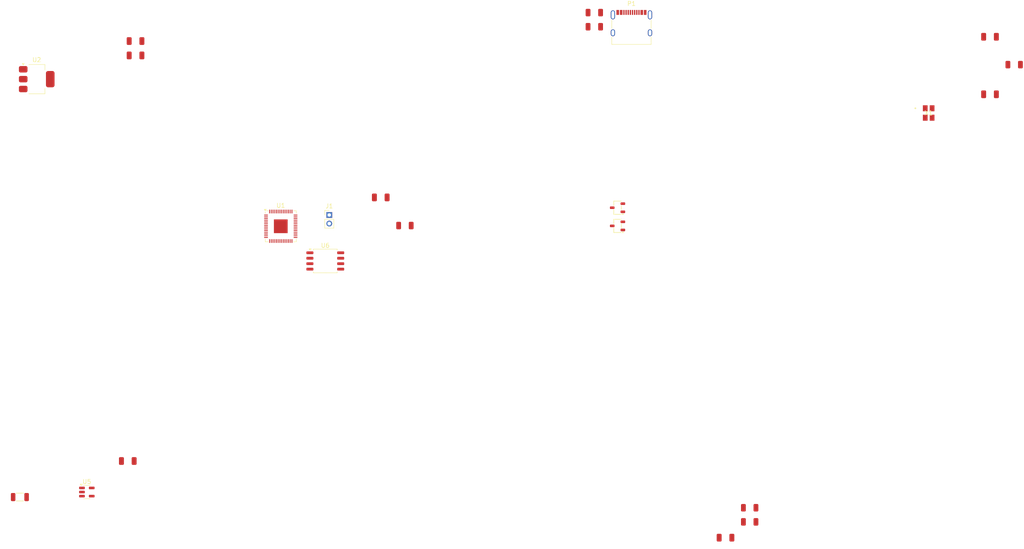
<source format=kicad_pcb>
(kicad_pcb (version 20241229) (generator "pcbnew") (generator_version "9.0")
  (layers (0 "F.Cu" signal) (2 "B.Cu" signal) (13 "F.Paste" user) (15 "B.Paste" user) (5 "F.SilkS" user "F.Silkscreen") (7 "B.SilkS" user "B.Silkscreen") (1 "F.Mask" user) (3 "B.Mask" user) (25 "Edge.Cuts" user))
  (net 0 "")
  (net 1 "GND")
  (net 2 "Net-(J1-Pin_2)")
  (net 3 "Net-(U5-L)")
  (net 4 "VBUS")
  (net 8 "Net-(U1-IOVDD-Pad1)")
  (net 9 "Net-(U1-DVDD-Pad23)")
  (net 56 "+3V3")
  (net 57 "Net-(U3-AN)")
  (net 58 "VCC")
  (net 59 "/QSPI_SD3")
  (net 60 "/QSPI_SD1")
  (net 61 "/QSPI_SS")
  (net 62 "/QSPI_CLK")
  (net 63 "/QSPI_SD0")
  (net 64 "/QSPI_SD2")
  (net 65 "/XIN")
  (net 66 "Net-(C6-Pad1)")
  (net 67 "/MEASURE_VBAT")
  (net 68 "Net-(P1-CC)")
  (net 70 "/D+")
  (net 71 "/D-")
  (net 72 "/XOUT")
  (footprint "Connector_PinHeader_2.00mm:PinHeader_1x02_P2.00mm_Vertical" (layer "F.Cu") (at 94.6125 80.515)
    (property "Reference" "J1" (at 0 -2.06 0) (layer "F.SilkS"))
    (property "Value" "Conn_01x02_Pin")
    (fp_line (start -1.06 -1.06) (end 0 -1.06) (stroke (width 0.12)) (layer "F.SilkS"))
    (fp_line (start -1.06 0) (end -1.06 -1.06) (stroke (width 0.12)) (layer "F.SilkS"))
    (fp_line (start -1.06 1) (end -1.06 3.06) (stroke (width 0.12)) (layer "F.SilkS"))
    (fp_line (start -1.06 1) (end 1.06 1) (stroke (width 0.12)) (layer "F.SilkS"))
    (fp_line (start -1.06 3.06) (end 1.06 3.06) (stroke (width 0.12)) (layer "F.SilkS"))
    (fp_line (start 1.06 1) (end 1.06 3.06) (stroke (width 0.12)) (layer "F.SilkS"))
    (pad "1" thru_hole rect (at 0 0) (size 1.35 1.35) (drill 0.8) (layers "*.Cu" "*.Mask") (net 1 "GND"))
    (pad "2" thru_hole oval (at 0 2) (size 1.35 1.35) (drill 0.8) (layers "*.Cu" "*.Mask") (net 2 "Net-(J1-Pin_2)"))
  )
  (footprint "PCM_JLCPCB:C_1206" (layer "F.Cu") (at 248.52 52.4)
    (property "Reference" "C6" (hide yes))
    (property "Value" "15pF")
    (pad "1" smd roundrect (at -1.48 0) (size 1.15 1.8) (layers "F.Cu" "F.Mask" "F.Paste") (roundrect_rratio 0.217391) (net 66 "Net-(C6-Pad1)"))
    (pad "2" smd roundrect (at 1.48 0) (size 1.15 1.8) (layers "F.Cu" "F.Mask" "F.Paste") (roundrect_rratio 0.217391) (net 1 "GND"))
  )
  (footprint "Package_SO:SOIC-8_5.3x5.3mm_P1.27mm" (layer "F.Cu") (at 93.6825 91.225)
    (property "Reference" "U6" (at 0 -3.6 0) (layer "F.SilkS"))
    (property "Value" "W25Q128JVS")
    (fp_line (start -2.76 -2.76) (end -2.76 -2.49) (stroke (width 0.12)) (layer "F.SilkS"))
    (fp_line (start -2.76 2.76) (end -2.76 2.49) (stroke (width 0.12)) (layer "F.SilkS"))
    (fp_line (start 0 -2.76) (end -2.76 -2.76) (stroke (width 0.12)) (layer "F.SilkS"))
    (fp_line (start 0 -2.76) (end 2.76 -2.76) (stroke (width 0.12)) (layer "F.SilkS"))
    (fp_line (start 0 2.76) (end -2.76 2.76) (stroke (width 0.12)) (layer "F.SilkS"))
    (fp_line (start 0 2.76) (end 2.76 2.76) (stroke (width 0.12)) (layer "F.SilkS"))
    (fp_line (start 2.76 -2.76) (end 2.76 -2.49) (stroke (width 0.12)) (layer "F.SilkS"))
    (fp_line (start 2.76 2.76) (end 2.76 2.49) (stroke (width 0.12)) (layer "F.SilkS"))
    (fp_poly (pts (xy -3.525 -2.49) (xy -3.765 -2.82) (xy -3.285 -2.82) (xy -3.525 -2.49)) (stroke (width 0.12)) (fill yes) (layer "F.SilkS"))
    (pad "1" smd roundrect (at -3.5875 -1.905) (size 1.625 0.65) (layers "F.Cu" "F.Mask" "F.Paste") (net 61 "/QSPI_SS"))
    (pad "2" smd roundrect (at -3.5875 -0.635) (size 1.625 0.65) (layers "F.Cu" "F.Mask" "F.Paste") (net 60 "/QSPI_SD1"))
    (pad "3" smd roundrect (at -3.5875 0.635) (size 1.625 0.65) (layers "F.Cu" "F.Mask" "F.Paste") (net 64 "/QSPI_SD2"))
    (pad "4" smd roundrect (at -3.5875 1.905) (size 1.625 0.65) (layers "F.Cu" "F.Mask" "F.Paste") (net 1 "GND"))
    (pad "5" smd roundrect (at 3.5875 1.905) (size 1.625 0.65) (layers "F.Cu" "F.Mask" "F.Paste") (net 63 "/QSPI_SD0"))
    (pad "6" smd roundrect (at 3.5875 0.635) (size 1.625 0.65) (layers "F.Cu" "F.Mask" "F.Paste") (net 62 "/QSPI_CLK"))
    (pad "7" smd roundrect (at 3.5875 -0.635) (size 1.625 0.65) (layers "F.Cu" "F.Mask" "F.Paste") (net 59 "/QSPI_SD3"))
    (pad "8" smd roundrect (at 3.5875 -1.905) (size 1.625 0.65) (layers "F.Cu" "F.Mask" "F.Paste") (net 56 "+3V3"))
  )
  (footprint "PCM_JLCPCB:SOT-23-3_L2.9-W1.6-P1.90-LS2.8-BR" (layer "F.Cu") (at 161.76 78.825)
    (property "Reference" "U3" (hide yes))
    (property "Value" "CJ431")
    (fp_line (start -0.88 -1.54) (end -0.88 -0.49) (stroke (width 0.15)) (layer "F.SilkS"))
    (fp_line (start -0.88 1.54) (end -0.88 0.49) (stroke (width 0.15)) (layer "F.SilkS"))
    (fp_line (start 0.88 -1.54) (end -0.88 -1.54) (stroke (width 0.15)) (layer "F.SilkS"))
    (fp_line (start 0.88 -0.46) (end 0.88 0.46) (stroke (width 0.15)) (layer "F.SilkS"))
    (fp_line (start 0.88 1.54) (end -0.88 1.54) (stroke (width 0.15)) (layer "F.SilkS"))
    (fp_circle (center 1.25 1.5) (end 1.28 1.5) (stroke (width 0.15)) (fill no) (layer "F.SilkS"))
    (pad "1" smd roundrect (at 1.24 0.95) (size 1.07 0.6) (layers "F.Cu" "F.Mask" "F.Paste") (net 58 "VCC"))
    (pad "2" smd roundrect (at 1.24 -0.95) (size 1.07 0.6) (layers "F.Cu" "F.Mask" "F.Paste") (net 58 "VCC"))
    (pad "3" smd roundrect (at -1.24 0) (size 1.07 0.6) (layers "F.Cu" "F.Mask" "F.Paste") (net 57 "Net-(U3-AN)"))
  )
  (footprint "PCM_JLCPCB:C_1206" (layer "F.Cu") (at 49.48 43.35)
    (property "Reference" "C4" (hide yes))
    (property "Value" "10µF")
    (pad "1" smd roundrect (at -1.48 0) (size 1.15 1.8) (layers "F.Cu" "F.Mask" "F.Paste") (roundrect_rratio 0.217391) (net 56 "+3V3"))
    (pad "2" smd roundrect (at 1.48 0) (size 1.15 1.8) (layers "F.Cu" "F.Mask" "F.Paste") (roundrect_rratio 0.217391) (net 1 "GND"))
  )
  (footprint "PCM_JLCPCB:R_1206" (layer "F.Cu") (at 254.15 45.49)
    (property "Reference" "R4" (hide yes))
    (property "Value" "1kΩ")
    (pad "1" smd roundrect (at -1.46 0) (size 1.12 1.75) (layers "F.Cu" "F.Mask" "F.Paste") (roundrect_rratio 0.222222) (net 66 "Net-(C6-Pad1)"))
    (pad "2" smd roundrect (at 1.46 0) (size 1.12 1.75) (layers "F.Cu" "F.Mask" "F.Paste") (roundrect_rratio 0.222222) (net 72 "/XOUT"))
  )
  (footprint "PCM_JLCPCB:C_1206" (layer "F.Cu") (at 106.6 76.425)
    (property "Reference" "C1" (hide yes))
    (property "Value" "100nF")
    (pad "1" smd roundrect (at -1.48 0) (size 1.15 1.8) (layers "F.Cu" "F.Mask" "F.Paste") (roundrect_rratio 0.217391) (net 56 "+3V3"))
    (pad "2" smd roundrect (at 1.48 0) (size 1.15 1.8) (layers "F.Cu" "F.Mask" "F.Paste") (roundrect_rratio 0.217391) (net 1 "GND"))
  )
  (footprint "PCM_JLCPCB:R_1206" (layer "F.Cu") (at 112.23 82.975)
    (property "Reference" "R3" (hide yes))
    (property "Value" "1kΩ")
    (pad "1" smd roundrect (at -1.46 0) (size 1.12 1.75) (layers "F.Cu" "F.Mask" "F.Paste") (roundrect_rratio 0.222222) (net 2 "Net-(J1-Pin_2)"))
    (pad "2" smd roundrect (at 1.46 0) (size 1.12 1.75) (layers "F.Cu" "F.Mask" "F.Paste") (roundrect_rratio 0.222222) (net 61 "/QSPI_SS"))
  )
  (footprint "footprints:ABM8-272-T3_ABR" (layer "F.Cu") (at 234.2323 56.7592)
    (property "Reference" "X1" (at 0 0 0) (layer "F.SilkS"))
    (property "Value" "ABM8-272-T3")
    (fp_circle (center -3.1016 -1.1) (end -2.9746 -1.1) (stroke (width 0.1524)) (fill no) (layer "F.SilkS"))
    (pad "1" smd rect (at -0.800001 -1.1) (size 1.1 1.4) (layers "F.Cu" "F.Mask" "F.Paste") (net 65 "/XIN"))
    (pad "2" smd rect (at -0.800001 1.1) (size 1.1 1.4) (layers "F.Cu" "F.Mask" "F.Paste") (net 1 "GND"))
    (pad "3" smd rect (at 0.800001 1.1) (size 1.1 1.4) (layers "F.Cu" "F.Mask" "F.Paste") (net 66 "Net-(C6-Pad1)"))
    (pad "4" smd rect (at 0.800001 -1.1) (size 1.1 1.4) (layers "F.Cu" "F.Mask" "F.Paste") (net 1 "GND"))
  )
  (footprint "Package_TO_SOT_SMD:SOT-223-3_TabPin2" (layer "F.Cu") (at 26.4625 48.875)
    (property "Reference" "U2" (at 0 -4.5 0) (layer "F.SilkS"))
    (property "Value" "NCP1117-3.3_SOT223")
    (fp_line (start -1.85 -3.41) (end 1.91 -3.41) (stroke (width 0.12)) (layer "F.SilkS"))
    (fp_line (start -1.85 3.41) (end 1.91 3.41) (stroke (width 0.12)) (layer "F.SilkS"))
    (fp_line (start 1.91 -3.41) (end 1.91 -2.15) (stroke (width 0.12)) (layer "F.SilkS"))
    (fp_line (start 1.91 3.41) (end 1.91 2.15) (stroke (width 0.12)) (layer "F.SilkS"))
    (fp_poly (pts (xy -3.13 -3.31) (xy -3.37 -3.64) (xy -2.89 -3.64) (xy -3.13 -3.31)) (stroke (width 0.12)) (fill yes) (layer "F.SilkS"))
    (pad "1" smd roundrect (at -3.15 -2.3) (size 2 1.5) (layers "F.Cu" "F.Mask" "F.Paste") (net 1 "GND"))
    (pad "2" smd roundrect (at -3.15 0) (size 2 1.5) (layers "F.Cu" "F.Mask" "F.Paste") (net 56 "+3V3"))
    (pad "2" smd roundrect (at 3.15 0) (size 2 3.8) (layers "F.Cu" "F.Mask" "F.Paste") (net 56 "+3V3"))
    (pad "3" smd roundrect (at -3.15 2.3) (size 2 1.5) (layers "F.Cu" "F.Mask" "F.Paste") (net 4 "VBUS"))
  )
  (footprint "Package_TO_SOT_SMD:SOT-23-5" (layer "F.Cu") (at 38.1375 145.05)
    (property "Reference" "U5" (at 0 -2.4 0) (layer "F.SilkS"))
    (property "Value" "TPS61221DCK")
    (fp_line (start 0 -1.56) (end -0.8 -1.56) (stroke (width 0.12)) (layer "F.SilkS"))
    (fp_line (start 0 -1.56) (end 0.8 -1.56) (stroke (width 0.12)) (layer "F.SilkS"))
    (fp_line (start 0 1.56) (end -0.8 1.56) (stroke (width 0.12)) (layer "F.SilkS"))
    (fp_line (start 0 1.56) (end 0.8 1.56) (stroke (width 0.12)) (layer "F.SilkS"))
    (fp_poly (pts (xy -1.3 -1.51) (xy -1.54 -1.84) (xy -1.06 -1.84) (xy -1.3 -1.51)) (stroke (width 0.12)) (fill yes) (layer "F.SilkS"))
    (pad "1" smd roundrect (at -1.1375 -0.95) (size 1.325 0.6) (layers "F.Cu" "F.Mask" "F.Paste") (net 4 "VBUS"))
    (pad "2" smd roundrect (at -1.1375 0) (size 1.325 0.6) (layers "F.Cu" "F.Mask" "F.Paste") (net 56 "+3V3"))
    (pad "3" smd roundrect (at -1.1375 0.95) (size 1.325 0.6) (layers "F.Cu" "F.Mask" "F.Paste") (net 1 "GND"))
    (pad "4" smd roundrect (at 1.1375 0.95) (size 1.325 0.6) (layers "F.Cu" "F.Mask" "F.Paste") (net 56 "+3V3"))
    (pad "5" smd roundrect (at 1.1375 -0.95) (size 1.325 0.6) (layers "F.Cu" "F.Mask" "F.Paste") (net 3 "Net-(U5-L)"))
  )
  (footprint "PCM_JLCPCB:SOT-23-3_L2.9-W1.6-P1.90-LS2.8-BR" (layer "F.Cu") (at 161.76 83.055)
    (property "Reference" "U4" (hide yes))
    (property "Value" "CJ431")
    (fp_line (start -0.88 -1.54) (end -0.88 -0.49) (stroke (width 0.15)) (layer "F.SilkS"))
    (fp_line (start -0.88 1.54) (end -0.88 0.49) (stroke (width 0.15)) (layer "F.SilkS"))
    (fp_line (start 0.88 -1.54) (end -0.88 -1.54) (stroke (width 0.15)) (layer "F.SilkS"))
    (fp_line (start 0.88 -0.46) (end 0.88 0.46) (stroke (width 0.15)) (layer "F.SilkS"))
    (fp_line (start 0.88 1.54) (end -0.88 1.54) (stroke (width 0.15)) (layer "F.SilkS"))
    (fp_circle (center 1.25 1.5) (end 1.28 1.5) (stroke (width 0.15)) (fill no) (layer "F.SilkS"))
    (pad "1" smd roundrect (at 1.24 0.95) (size 1.07 0.6) (layers "F.Cu" "F.Mask" "F.Paste") (net 57 "Net-(U3-AN)"))
    (pad "2" smd roundrect (at 1.24 -0.95) (size 1.07 0.6) (layers "F.Cu" "F.Mask" "F.Paste") (net 57 "Net-(U3-AN)"))
    (pad "3" smd roundrect (at -1.24 0) (size 1.07 0.6) (layers "F.Cu" "F.Mask" "F.Paste") (net 1 "GND"))
  )
  (footprint "Package_DFN_QFN:QFN-56-1EP_7x7mm_P0.4mm_EP3.2x3.2mm" (layer "F.Cu") (at 83.3125 83.145)
    (property "Reference" "U1" (at 0 -4.83 0) (layer "F.SilkS"))
    (property "Value" "RP2040")
    (fp_line (start -3.61 -2.96) (end -3.61 -3.37) (stroke (width 0.12)) (layer "F.SilkS"))
    (fp_line (start -3.61 3.61) (end -3.61 2.96) (stroke (width 0.12)) (layer "F.SilkS"))
    (fp_line (start -2.96 -3.61) (end -3.31 -3.61) (stroke (width 0.12)) (layer "F.SilkS"))
    (fp_line (start -2.96 3.61) (end -3.61 3.61) (stroke (width 0.12)) (layer "F.SilkS"))
    (fp_line (start 2.96 -3.61) (end 3.61 -3.61) (stroke (width 0.12)) (layer "F.SilkS"))
    (fp_line (start 2.96 3.61) (end 3.61 3.61) (stroke (width 0.12)) (layer "F.SilkS"))
    (fp_line (start 3.61 -3.61) (end 3.61 -2.96) (stroke (width 0.12)) (layer "F.SilkS"))
    (fp_line (start 3.61 3.61) (end 3.61 2.96) (stroke (width 0.12)) (layer "F.SilkS"))
    (fp_poly (pts (xy -3.61 -3.61) (xy -3.85 -3.94) (xy -3.37 -3.94) (xy -3.61 -3.61)) (stroke (width 0.12)) (fill yes) (layer "F.SilkS"))
    (pad "1" smd roundrect (at -3.4375 -2.6) (size 0.875 0.2) (layers "F.Cu" "F.Mask" "F.Paste") (net 8 "Net-(U1-IOVDD-Pad1)"))
    (pad "2" smd roundrect (at -3.4375 -2.2) (size 0.875 0.2) (layers "F.Cu" "F.Mask" "F.Paste"))
    (pad "3" smd roundrect (at -3.4375 -1.8) (size 0.875 0.2) (layers "F.Cu" "F.Mask" "F.Paste"))
    (pad "4" smd roundrect (at -3.4375 -1.4) (size 0.875 0.2) (layers "F.Cu" "F.Mask" "F.Paste"))
    (pad "5" smd roundrect (at -3.4375 -1) (size 0.875 0.2) (layers "F.Cu" "F.Mask" "F.Paste"))
    (pad "6" smd roundrect (at -3.4375 -0.6) (size 0.875 0.2) (layers "F.Cu" "F.Mask" "F.Paste"))
    (pad "7" smd roundrect (at -3.4375 -0.2) (size 0.875 0.2) (layers "F.Cu" "F.Mask" "F.Paste"))
    (pad "8" smd roundrect (at -3.4375 0.2) (size 0.875 0.2) (layers "F.Cu" "F.Mask" "F.Paste"))
    (pad "9" smd roundrect (at -3.4375 0.6) (size 0.875 0.2) (layers "F.Cu" "F.Mask" "F.Paste"))
    (pad "10" smd roundrect (at -3.4375 1) (size 0.875 0.2) (layers "F.Cu" "F.Mask" "F.Paste") (net 8 "Net-(U1-IOVDD-Pad1)"))
    (pad "11" smd roundrect (at -3.4375 1.4) (size 0.875 0.2) (layers "F.Cu" "F.Mask" "F.Paste"))
    (pad "12" smd roundrect (at -3.4375 1.8) (size 0.875 0.2) (layers "F.Cu" "F.Mask" "F.Paste"))
    (pad "13" smd roundrect (at -3.4375 2.2) (size 0.875 0.2) (layers "F.Cu" "F.Mask" "F.Paste"))
    (pad "14" smd roundrect (at -3.4375 2.6) (size 0.875 0.2) (layers "F.Cu" "F.Mask" "F.Paste"))
    (pad "15" smd roundrect (at -2.6 3.4375) (size 0.2 0.875) (layers "F.Cu" "F.Mask" "F.Paste"))
    (pad "16" smd roundrect (at -2.2 3.4375) (size 0.2 0.875) (layers "F.Cu" "F.Mask" "F.Paste"))
    (pad "17" smd roundrect (at -1.8 3.4375) (size 0.2 0.875) (layers "F.Cu" "F.Mask" "F.Paste"))
    (pad "18" smd roundrect (at -1.4 3.4375) (size 0.2 0.875) (layers "F.Cu" "F.Mask" "F.Paste"))
    (pad "19" smd roundrect (at -1 3.4375) (size 0.2 0.875) (layers "F.Cu" "F.Mask" "F.Paste"))
    (pad "20" smd roundrect (at -0.6 3.4375) (size 0.2 0.875) (layers "F.Cu" "F.Mask" "F.Paste"))
    (pad "21" smd roundrect (at -0.2 3.4375) (size 0.2 0.875) (layers "F.Cu" "F.Mask" "F.Paste"))
    (pad "22" smd roundrect (at 0.2 3.4375) (size 0.2 0.875) (layers "F.Cu" "F.Mask" "F.Paste") (net 8 "Net-(U1-IOVDD-Pad1)"))
    (pad "23" smd roundrect (at 0.6 3.4375) (size 0.2 0.875) (layers "F.Cu" "F.Mask" "F.Paste") (net 9 "Net-(U1-DVDD-Pad23)"))
    (pad "24" smd roundrect (at 1 3.4375) (size 0.2 0.875) (layers "F.Cu" "F.Mask" "F.Paste"))
    (pad "25" smd roundrect (at 1.4 3.4375) (size 0.2 0.875) (layers "F.Cu" "F.Mask" "F.Paste"))
    (pad "26" smd roundrect (at 1.8 3.4375) (size 0.2 0.875) (layers "F.Cu" "F.Mask" "F.Paste"))
    (pad "27" smd roundrect (at 2.2 3.4375) (size 0.2 0.875) (layers "F.Cu" "F.Mask" "F.Paste"))
    (pad "28" smd roundrect (at 2.6 3.4375) (size 0.2 0.875) (layers "F.Cu" "F.Mask" "F.Paste"))
    (pad "29" smd roundrect (at 3.4375 2.6) (size 0.875 0.2) (layers "F.Cu" "F.Mask" "F.Paste"))
    (pad "30" smd roundrect (at 3.4375 2.2) (size 0.875 0.2) (layers "F.Cu" "F.Mask" "F.Paste"))
    (pad "31" smd roundrect (at 3.4375 1.8) (size 0.875 0.2) (layers "F.Cu" "F.Mask" "F.Paste"))
    (pad "32" smd roundrect (at 3.4375 1.4) (size 0.875 0.2) (layers "F.Cu" "F.Mask" "F.Paste"))
    (pad "33" smd roundrect (at 3.4375 1) (size 0.875 0.2) (layers "F.Cu" "F.Mask" "F.Paste") (net 8 "Net-(U1-IOVDD-Pad1)"))
    (pad "34" smd roundrect (at 3.4375 0.6) (size 0.875 0.2) (layers "F.Cu" "F.Mask" "F.Paste"))
    (pad "35" smd roundrect (at 3.4375 0.2) (size 0.875 0.2) (layers "F.Cu" "F.Mask" "F.Paste"))
    (pad "36" smd roundrect (at 3.4375 -0.2) (size 0.875 0.2) (layers "F.Cu" "F.Mask" "F.Paste"))
    (pad "37" smd roundrect (at 3.4375 -0.6) (size 0.875 0.2) (layers "F.Cu" "F.Mask" "F.Paste"))
    (pad "38" smd roundrect (at 3.4375 -1) (size 0.875 0.2) (layers "F.Cu" "F.Mask" "F.Paste"))
    (pad "39" smd roundrect (at 3.4375 -1.4) (size 0.875 0.2) (layers "F.Cu" "F.Mask" "F.Paste"))
    (pad "40" smd roundrect (at 3.4375 -1.8) (size 0.875 0.2) (layers "F.Cu" "F.Mask" "F.Paste"))
    (pad "41" smd roundrect (at 3.4375 -2.2) (size 0.875 0.2) (layers "F.Cu" "F.Mask" "F.Paste"))
    (pad "42" smd roundrect (at 3.4375 -2.6) (size 0.875 0.2) (layers "F.Cu" "F.Mask" "F.Paste") (net 8 "Net-(U1-IOVDD-Pad1)"))
    (pad "43" smd roundrect (at 2.6 -3.4375) (size 0.2 0.875) (layers "F.Cu" "F.Mask" "F.Paste"))
    (pad "44" smd roundrect (at 2.2 -3.4375) (size 0.2 0.875) (layers "F.Cu" "F.Mask" "F.Paste"))
    (pad "45" smd roundrect (at 1.8 -3.4375) (size 0.2 0.875) (layers "F.Cu" "F.Mask" "F.Paste"))
    (pad "46" smd roundrect (at 1.4 -3.4375) (size 0.2 0.875) (layers "F.Cu" "F.Mask" "F.Paste"))
    (pad "47" smd roundrect (at 1 -3.4375) (size 0.2 0.875) (layers "F.Cu" "F.Mask" "F.Paste"))
    (pad "48" smd roundrect (at 0.6 -3.4375) (size 0.2 0.875) (layers "F.Cu" "F.Mask" "F.Paste"))
    (pad "49" smd roundrect (at 0.2 -3.4375) (size 0.2 0.875) (layers "F.Cu" "F.Mask" "F.Paste") (net 8 "Net-(U1-IOVDD-Pad1)"))
    (pad "50" smd roundrect (at -0.2 -3.4375) (size 0.2 0.875) (layers "F.Cu" "F.Mask" "F.Paste") (net 9 "Net-(U1-DVDD-Pad23)"))
    (pad "51" smd roundrect (at -0.6 -3.4375) (size 0.2 0.875) (layers "F.Cu" "F.Mask" "F.Paste"))
    (pad "52" smd roundrect (at -1 -3.4375) (size 0.2 0.875) (layers "F.Cu" "F.Mask" "F.Paste"))
    (pad "53" smd roundrect (at -1.4 -3.4375) (size 0.2 0.875) (layers "F.Cu" "F.Mask" "F.Paste"))
    (pad "54" smd roundrect (at -1.8 -3.4375) (size 0.2 0.875) (layers "F.Cu" "F.Mask" "F.Paste"))
    (pad "55" smd roundrect (at -2.2 -3.4375) (size 0.2 0.875) (layers "F.Cu" "F.Mask" "F.Paste"))
    (pad "56" smd roundrect (at -2.6 -3.4375) (size 0.2 0.875) (layers "F.Cu" "F.Mask" "F.Paste"))
    (pad "57" smd rect (at 0 0) (size 3.2 3.2) (property pad_prop_heatsink) (layers "F.Cu" "F.Mask"))
  )
  (footprint "PCM_JLCPCB:R_1206" (layer "F.Cu") (at 192.54 148.71)
    (property "Reference" "R5" (hide yes))
    (property "Value" "200kΩ")
    (pad "1" smd roundrect (at -1.46 0) (size 1.12 1.75) (layers "F.Cu" "F.Mask" "F.Paste") (roundrect_rratio 0.222222) (net 4 "VBUS"))
    (pad "2" smd roundrect (at 1.46 0) (size 1.12 1.75) (layers "F.Cu" "F.Mask" "F.Paste") (roundrect_rratio 0.222222) (net 67 "/MEASURE_VBAT"))
  )
  (footprint "PCM_JLCPCB:C_1206" (layer "F.Cu") (at 47.675 137.825)
    (property "Reference" "C5" (hide yes))
    (property "Value" "10µF")
    (pad "1" smd roundrect (at -1.48 0) (size 1.15 1.8) (layers "F.Cu" "F.Mask" "F.Paste") (roundrect_rratio 0.217391) (net 4 "VBUS"))
    (pad "2" smd roundrect (at 1.48 0) (size 1.15 1.8) (layers "F.Cu" "F.Mask" "F.Paste") (roundrect_rratio 0.217391) (net 1 "GND"))
  )
  (footprint "PCM_JLCPCB:C_1206" (layer "F.Cu") (at 248.52 39)
    (property "Reference" "C2" (hide yes))
    (property "Value" "15pF")
    (pad "1" smd roundrect (at -1.48 0) (size 1.15 1.8) (layers "F.Cu" "F.Mask" "F.Paste") (roundrect_rratio 0.217391) (net 1 "GND"))
    (pad "2" smd roundrect (at 1.48 0) (size 1.15 1.8) (layers "F.Cu" "F.Mask" "F.Paste") (roundrect_rratio 0.217391) (net 65 "/XIN"))
  )
  (footprint "PCM_JLCPCB:R_1206" (layer "F.Cu") (at 156.35 33.37)
    (property "Reference" "R1" (hide yes))
    (property "Value" "5.1kΩ")
    (pad "1" smd roundrect (at -1.46 0) (size 1.12 1.75) (layers "F.Cu" "F.Mask" "F.Paste") (roundrect_rratio 0.222222) (net 68 "Net-(P1-CC)"))
    (pad "2" smd roundrect (at 1.46 0) (size 1.12 1.75) (layers "F.Cu" "F.Mask" "F.Paste") (roundrect_rratio 0.222222) (net 1 "GND"))
  )
  (footprint "PCM_JLCPCB:R_1206" (layer "F.Cu") (at 156.35 36.66)
    (property "Reference" "R2" (hide yes))
    (property "Value" "5.1kΩ")
    (pad "1" smd roundrect (at -1.46 0) (size 1.12 1.75) (layers "F.Cu" "F.Mask" "F.Paste") (roundrect_rratio 0.222222) (net 68 "Net-(P1-CC)"))
    (pad "2" smd roundrect (at 1.46 0) (size 1.12 1.75) (layers "F.Cu" "F.Mask" "F.Paste") (roundrect_rratio 0.222222) (net 1 "GND"))
  )
  (footprint "PCM_JLCPCB:R_1206" (layer "F.Cu") (at 192.54 152)
    (property "Reference" "R6" (hide yes))
    (property "Value" "100kΩ")
    (pad "1" smd roundrect (at -1.46 0) (size 1.12 1.75) (layers "F.Cu" "F.Mask" "F.Paste") (roundrect_rratio 0.222222) (net 67 "/MEASURE_VBAT"))
    (pad "2" smd roundrect (at 1.46 0) (size 1.12 1.75) (layers "F.Cu" "F.Mask" "F.Paste") (roundrect_rratio 0.222222) (net 1 "GND"))
  )
  (footprint "Connector_USB:USB_C_Receptacle_XKB_U262-16XN-4BVC11" (layer "F.Cu") (at 165 37)
    (property "Reference" "P1" (at 0 -5.715 0) (layer "F.SilkS"))
    (property "Value" "USB_C_Plug_USB2.0")
    (fp_line (start -4.58 -1.85) (end -4.58 0.07) (stroke (width 0.12)) (layer "F.SilkS"))
    (fp_line (start -4.58 3.785) (end -4.58 2.08) (stroke (width 0.12)) (layer "F.SilkS"))
    (fp_line (start 4.58 0.07) (end 4.58 -1.85) (stroke (width 0.12)) (layer "F.SilkS"))
    (fp_line (start 4.58 2.08) (end 4.58 3.785) (stroke (width 0.12)) (layer "F.SilkS"))
    (fp_line (start 4.58 3.785) (end -4.58 3.785) (stroke (width 0.12)) (layer "F.SilkS"))
    (pad "" np_thru_hole circle (at -2.89 -2.605) (size 0.65 0.65) (drill 0.65) (layers "*.Cu" "*.Mask"))
    (pad "" np_thru_hole circle (at 2.89 -2.605) (size 0.65 0.65) (drill 0.65) (layers "*.Cu" "*.Mask"))
    (pad "A1" smd rect (at -3.35 -3.67) (size 0.3 1.15) (layers "F.Cu" "F.Mask" "F.Paste") (net 1 "GND"))
    (pad "A4" smd rect (at -2.55 -3.67) (size 0.3 1.15) (layers "F.Cu" "F.Mask" "F.Paste") (net 4 "VBUS"))
    (pad "A5" smd rect (at -1.25 -3.67) (size 0.3 1.15) (layers "F.Cu" "F.Mask" "F.Paste") (net 68 "Net-(P1-CC)"))
    (pad "A6" smd rect (at -0.25 -3.67) (size 0.3 1.15) (layers "F.Cu" "F.Mask" "F.Paste") (net 70 "/D+"))
    (pad "A7" smd rect (at 0.25 -3.67) (size 0.3 1.15) (layers "F.Cu" "F.Mask" "F.Paste") (net 71 "/D-"))
    (pad "A8" smd rect (at 1.25 -3.67) (size 0.3 1.15) (layers "F.Cu" "F.Mask" "F.Paste"))
    (pad "A9" smd rect (at 2.55 -3.67) (size 0.3 1.15) (layers "F.Cu" "F.Mask" "F.Paste") (net 4 "VBUS"))
    (pad "A12" smd rect (at 3.35 -3.67) (size 0.3 1.15) (layers "F.Cu" "F.Mask" "F.Paste") (net 1 "GND"))
    (pad "B1" smd rect (at 3.05 -3.67) (size 0.3 1.15) (layers "F.Cu" "F.Mask" "F.Paste") (net 1 "GND"))
    (pad "B4" smd rect (at 2.25 -3.67) (size 0.3 1.15) (layers "F.Cu" "F.Mask" "F.Paste") (net 4 "VBUS"))
    (pad "B5" smd rect (at 1.75 -3.67) (size 0.3 1.15) (layers "F.Cu" "F.Mask" "F.Paste"))
    (pad "B6" smd rect (at 0.75 -3.67) (size 0.3 1.15) (layers "F.Cu" "F.Mask" "F.Paste"))
    (pad "B7" smd rect (at -0.75 -3.67) (size 0.3 1.15) (layers "F.Cu" "F.Mask" "F.Paste"))
    (pad "B8" smd rect (at -1.75 -3.67) (size 0.3 1.15) (layers "F.Cu" "F.Mask" "F.Paste"))
    (pad "B9" smd rect (at -2.25 -3.67) (size 0.3 1.15) (layers "F.Cu" "F.Mask" "F.Paste") (net 4 "VBUS"))
    (pad "B12" smd rect (at -3.05 -3.67) (size 0.3 1.15) (layers "F.Cu" "F.Mask" "F.Paste") (net 1 "GND"))
    (pad "S1" thru_hole oval (at -4.32 -3.105) (size 1 2.1) (drill oval 0.6 1.7) (property pad_prop_heatsink) (layers "*.Cu" "*.Mask") (net 1 "GND"))
    (pad "S1" thru_hole oval (at -4.32 1.075) (size 1 1.6) (drill oval 0.6 1.2) (property pad_prop_heatsink) (layers "*.Cu" "*.Mask") (net 1 "GND"))
    (pad "S1" thru_hole oval (at 4.32 -3.105) (size 1 2.1) (drill oval 0.6 1.7) (property pad_prop_heatsink) (layers "*.Cu" "*.Mask") (net 1 "GND"))
    (pad "S1" thru_hole oval (at 4.32 1.075) (size 1 1.6) (drill oval 0.6 1.2) (property pad_prop_heatsink) (layers "*.Cu" "*.Mask") (net 1 "GND"))
  )
  (footprint "PCM_JLCPCB:C_1206" (layer "F.Cu") (at 49.48 40)
    (property "Reference" "C3" (hide yes))
    (property "Value" "10µF")
    (pad "1" smd roundrect (at -1.48 0) (size 1.15 1.8) (layers "F.Cu" "F.Mask" "F.Paste") (roundrect_rratio 0.217391) (net 4 "VBUS"))
    (pad "2" smd roundrect (at 1.48 0) (size 1.15 1.8) (layers "F.Cu" "F.Mask" "F.Paste") (roundrect_rratio 0.217391) (net 1 "GND"))
  )
  (footprint "PCM_JLCPCB:L_1206" (layer "F.Cu") (at 22.5375 146.225)
    (property "Reference" "L1" (hide yes))
    (property "Value" "4.7µH")
    (fp_line (start -0.84 -0.91) (end 0.84 -0.91) (stroke (width 0.15)) (layer "F.SilkS"))
    (fp_line (start -0.84 0.91) (end 0.84 0.91) (stroke (width 0.15)) (layer "F.SilkS"))
    (pad "1" smd roundrect (at -1.57 0) (size 1.05 1.9) (layers "F.Cu" "F.Mask" "F.Paste") (roundrect_rratio 0.238095) (net 4 "VBUS"))
    (pad "2" smd roundrect (at 1.57 0) (size 1.05 1.9) (layers "F.Cu" "F.Mask" "F.Paste") (roundrect_rratio 0.238095) (net 3 "Net-(U5-L)"))
  )
  (footprint "PCM_JLCPCB:C_1206" (layer "F.Cu") (at 186.91 155.68)
    (property "Reference" "C7" (hide yes))
    (property "Value" "1nF")
    (pad "1" smd roundrect (at -1.48 0) (size 1.15 1.8) (layers "F.Cu" "F.Mask" "F.Paste") (roundrect_rratio 0.217391) (net 1 "GND"))
    (pad "2" smd roundrect (at 1.48 0) (size 1.15 1.8) (layers "F.Cu" "F.Mask" "F.Paste") (roundrect_rratio 0.217391) (net 67 "/MEASURE_VBAT"))
  )
)
</source>
